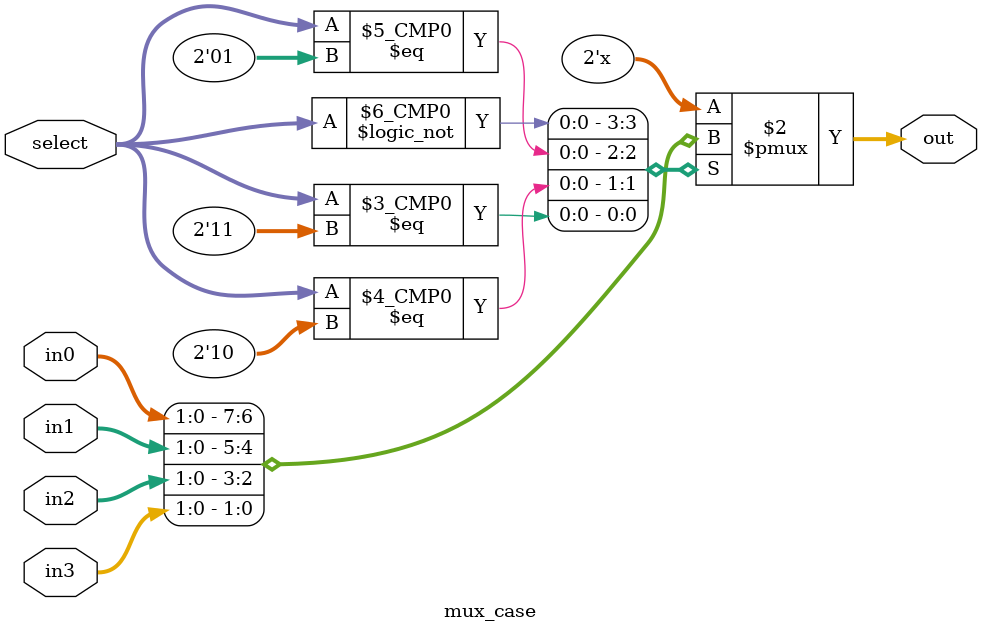
<source format=v>
module mux_case(
                in0      , //input 
                in1      , //input
                in2      , //input
                in3      , //input
                select   , //select line
                out        //output
                )        ;

//port declaration

input [1:0]in0, in1, in2, in3  ;
input [1:0]select              ;
output reg [1:0]out            ;

always @ (select)                //execution of begin-end block whenever the value of select changes
   begin
      case (select)
         0  :  out = in0 ;       //for select = 00, output = in0   
         1  :  out = in1 ;       //for select = 01, output = in1 
         2  :  out = in2 ;       //for select = 10, output = in2 
         3  :  out = in3 ;       //for select = 11, output = in3 
  	   endcase
   end
  
endmodule // Mux 

</source>
